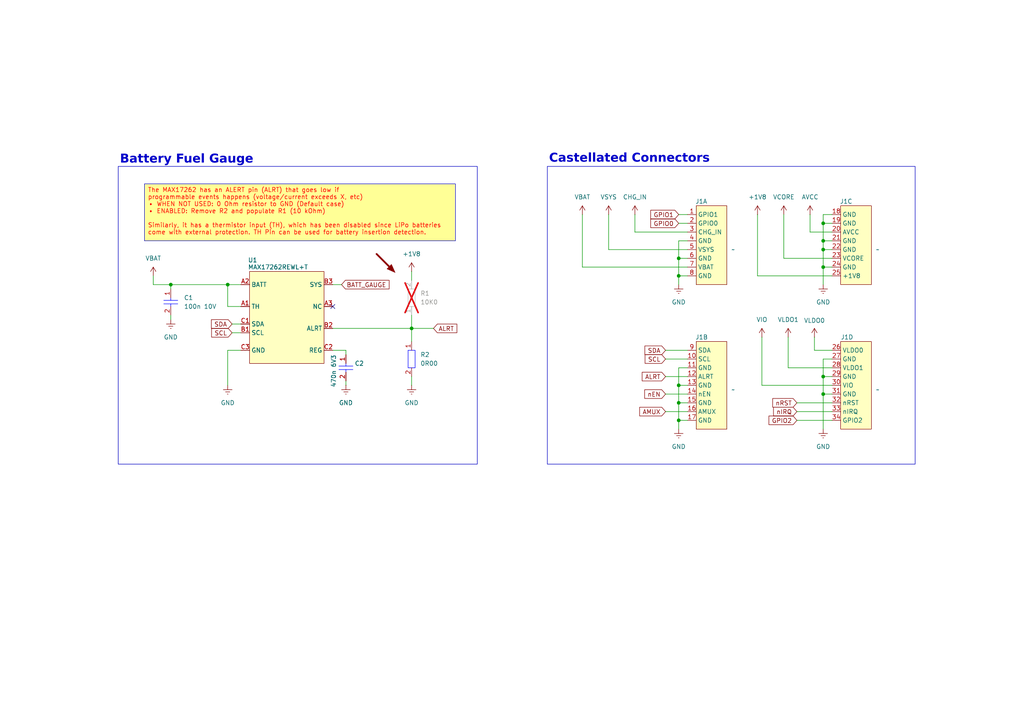
<source format=kicad_sch>
(kicad_sch (version 20231120) (generator "eeschema") (generator_version "8.0")
  (paper "A4")
  (title_block (title "[2] Battery Gauge & Connectors") (rev "1.0") (company "Embedded Systems Laboratory - EPFL") (comment 1 "Author: José Angel Miranda Calero") (comment 2 "Author: Juan Sapriza") (comment 3 "Author: Alejandro López Rodriguez"))
  (lib_symbols
    (symbol "Graphic:SYM_Arrow45_Large" (in_bom no) (on_board no)
      (symbol "SYM_Arrow45_Large_0_1"
        (polyline (pts (xy -2.54 2.54) (xy 2.286 -2.286)) (stroke (width 0.508)))
        (polyline (pts (xy 2.794 -2.794) (xy 0.508 -1.778) (xy 1.778 -0.508) (xy 2.794 -2.794)) (fill (type outline)))
      )
    )
    (symbol "X-MODs_SchLib:CRCW040210K0FKEDHP"
      (property "Reference" "R" (at -4.064 5.588 0))
      (property "Value" "10K0" (at -4.064 3.302 0))
      (symbol "CRCW040210K0FKEDHP_0_1"
        (rectangle (start -2.54 1.016) (end 2.54 -1.016) (stroke (width 0) (color 0 0 255 1)))
      )
      (symbol "CRCW040210K0FKEDHP_1_1"
        (pin passive line (at -5.08 0 0) (length 2.54) (name "") (number "1"))
        (pin passive line (at 5.08 0 180) (length 2.54) (name "") (number "2"))
      )
    )
    (symbol "X-MODs_SchLib:GRM155R60J474KE19D"
      (property "Reference" "C" (at -4.064 5.588 0))
      (property "Value" "470n 6V3" (at -4.064 3.302 0))
      (symbol "GRM155R60J474KE19D_1_1"
        (polyline (pts (xy -1.27 0) (xy -0.508 0)) (stroke (width 0) (color 0 0 255 1)))
        (polyline (pts (xy -0.508 2.032) (xy -0.508 -2.032)) (stroke (width 0) (color 0 0 255 1)))
        (polyline (pts (xy 0.508 2.032) (xy 0.508 -2.032)) (stroke (width 0) (color 0 0 255 1)))
        (polyline (pts (xy 1.27 0) (xy 0.508 0)) (stroke (width 0) (color 0 0 255 1)))
        (pin passive line (at -3.81 0 0) (length 2.54) (name "") (number "1"))
        (pin passive line (at 3.81 0 180) (length 2.54) (name "") (number "2"))
      )
    )
    (symbol "X-MODs_SchLib:GRM155R71A104JA01D"
      (property "Reference" "C" (at -4.826 5.588 0))
      (property "Value" "100n 10V" (at -4.826 3.302 0))
      (symbol "GRM155R71A104JA01D_1_1"
        (polyline (pts (xy -1.27 0) (xy -0.508 0)) (stroke (width 0) (color 0 0 255 1)))
        (polyline (pts (xy -0.508 2.032) (xy -0.508 -2.032)) (stroke (width 0) (color 0 0 255 1)))
        (polyline (pts (xy 0.508 2.032) (xy 0.508 -2.032)) (stroke (width 0) (color 0 0 255 1)))
        (polyline (pts (xy 1.27 0) (xy 0.508 0)) (stroke (width 0) (color 0 0 255 1)))
        (pin passive line (at -3.81 0 0) (length 2.54) (name "") (number "1"))
        (pin passive line (at 3.81 0 180) (length 2.54) (name "") (number "2"))
      )
    )
    (symbol "X-MODs_SchLib:MAX17262REWL+T"
      (property "Reference" "U" (at -0.254 2.794 0))
      (property "Value" " MAX17262REWL+T " (at -1.27 1.016 0))
      (symbol "MAX17262REWL+T_0_1"
        (rectangle (start 0 0) (end 21.59 -26.67) (stroke (width 0) (color 128 0 0 1)) (fill (type background)))
      )
      (symbol "MAX17262REWL+T_1_1"
        (pin passive line (at -2.54 -10.16 0) (length 2.54) (name "TH") (number "A1"))
        (pin passive line (at -2.54 -3.81 0) (length 2.54) (name "BATT") (number "A2"))
        (pin passive line (at 24.13 -10.16 180) (length 2.54) (name "NC") (number "A3"))
        (pin passive line (at -2.54 -17.78 0) (length 2.54) (name "SCL") (number "B1"))
        (pin passive line (at 24.13 -16.51 180) (length 2.54) (name "ALRT") (number "B2"))
        (pin passive line (at 24.13 -3.81 180) (length 2.54) (name "SYS") (number "B3"))
        (pin passive line (at -2.54 -15.24 0) (length 2.54) (name "SDA") (number "C1"))
        (pin passive line (at 24.13 -22.86 180) (length 2.54) (name "REG") (number "C2"))
        (pin passive line (at -2.54 -22.86 0) (length 2.54) (name "GND") (number "C3"))
      )
    )
    (symbol "X-MODs_SchLib:Power_Board_Castellated_Conn_1.27mm" (in_bom no)
      (property "Reference" "J" (at 0.508 1.778 0))
      (symbol "Power_Board_Castellated_Conn_1.27mm_1_1"
        (rectangle (start 0 0) (end 8.89 -22.86) (stroke (width 0) (color 128 0 0 1)) (fill (type background)))
        (pin passive line (at -2.54 -2.54 0) (length 2.54) (name "GPIO1") (number "1"))
        (pin passive line (at -2.54 -5.08 0) (length 2.54) (name "GPIO0") (number "2"))
        (pin passive line (at -2.54 -7.62 0) (length 2.54) (name "CHG_IN") (number "3"))
        (pin passive line (at -2.54 -10.16 0) (length 2.54) (name "GND") (number "4"))
        (pin passive line (at -2.54 -12.7 0) (length 2.54) (name "VSYS") (number "5"))
        (pin passive line (at -2.54 -15.24 0) (length 2.54) (name "GND") (number "6"))
        (pin passive line (at -2.54 -17.78 0) (length 2.54) (name "VBAT") (number "7"))
        (pin passive line (at -2.54 -20.32 0) (length 2.54) (name "GND") (number "8"))
      )
      (symbol "Power_Board_Castellated_Conn_1.27mm_2_1"
        (rectangle (start 0 0) (end 8.89 -25.4) (stroke (width 0) (color 128 0 0 1)) (fill (type background)))
        (pin passive line (at -2.54 -5.08 0) (length 2.54) (name "SCL") (number "10"))
        (pin passive line (at -2.54 -7.62 0) (length 2.54) (name "GND") (number "11"))
        (pin passive line (at -2.54 -10.16 0) (length 2.54) (name "ALRT") (number "12"))
        (pin passive line (at -2.54 -12.7 0) (length 2.54) (name "GND") (number "13"))
        (pin passive line (at -2.54 -15.24 0) (length 2.54) (name "nEN") (number "14"))
        (pin passive line (at -2.54 -17.78 0) (length 2.54) (name "GND") (number "15"))
        (pin passive line (at -2.54 -20.32 0) (length 2.54) (name "AMUX") (number "16"))
        (pin passive line (at -2.54 -22.86 0) (length 2.54) (name "GND") (number "17"))
        (pin passive line (at -2.54 -2.54 0) (length 2.54) (name "SDA") (number "9"))
      )
      (symbol "Power_Board_Castellated_Conn_1.27mm_3_1"
        (rectangle (start 0 0) (end 8.89 -22.86) (stroke (width 0) (color 128 0 0 1)) (fill (type background)))
        (pin passive line (at -2.54 -2.54 0) (length 2.54) (name "GND") (number "18"))
        (pin passive line (at -2.54 -5.08 0) (length 2.54) (name "GND") (number "19"))
        (pin passive line (at -2.54 -7.62 0) (length 2.54) (name "AVCC") (number "20"))
        (pin passive line (at -2.54 -10.16 0) (length 2.54) (name "GND") (number "21"))
        (pin passive line (at -2.54 -12.7 0) (length 2.54) (name "GND") (number "22"))
        (pin passive line (at -2.54 -15.24 0) (length 2.54) (name "VCORE") (number "23"))
        (pin passive line (at -2.54 -17.78 0) (length 2.54) (name "GND") (number "24"))
        (pin passive line (at -2.54 -20.32 0) (length 2.54) (name "+1V8") (number "25"))
      )
      (symbol "Power_Board_Castellated_Conn_1.27mm_4_1"
        (rectangle (start 0 0) (end 8.89 -25.4) (stroke (width 0) (color 128 0 0 1)) (fill (type background)))
        (pin passive line (at -2.54 -2.54 0) (length 2.54) (name "VLDO0") (number "26"))
        (pin passive line (at -2.54 -5.08 0) (length 2.54) (name "GND") (number "27"))
        (pin passive line (at -2.54 -7.62 0) (length 2.54) (name "VLDO1") (number "28"))
        (pin passive line (at -2.54 -10.16 0) (length 2.54) (name "GND") (number "29"))
        (pin passive line (at -2.54 -12.7 0) (length 2.54) (name "VIO") (number "30"))
        (pin passive line (at -2.54 -15.24 0) (length 2.54) (name "GND") (number "31"))
        (pin passive line (at -2.54 -17.78 0) (length 2.54) (name "nRST") (number "32"))
        (pin passive line (at -2.54 -20.32 0) (length 2.54) (name "nIRQ") (number "33"))
        (pin passive line (at -2.54 -22.86 0) (length 2.54) (name "GPIO2") (number "34"))
      )
    )
    (symbol "X-MODs_SchLib:RK73Z1ETTP"
      (property "Reference" "R" (at -4.064 5.588 0))
      (property "Value" "0R00" (at -4.064 3.302 0))
      (symbol "RK73Z1ETTP_0_1"
        (rectangle (start -2.54 1.016) (end 2.54 -1.016) (stroke (width 0) (color 0 0 255 1)))
      )
      (symbol "RK73Z1ETTP_1_1"
        (pin passive line (at -5.08 0 0) (length 2.54) (name "") (number "1"))
        (pin passive line (at 5.08 0 180) (length 2.54) (name "") (number "2"))
      )
    )
    (symbol "power:+1V8" (power) (pin_numbers hide) (pin_names (offset 0) hide)
      (property "Value" "+1V8" (at 0 3.556 0))
      (symbol "+1V8_0_1"
        (polyline (pts (xy -0.762 1.27) (xy 0 2.54)))
        (polyline (pts (xy 0 0) (xy 0 2.54)))
        (polyline (pts (xy 0 2.54) (xy 0.762 1.27)))
      )
      (symbol "+1V8_1_1"
        (pin power_in line (at 0 0 90) (length 0) (name "~") (number "1"))
      )
    )
    (symbol "power:Earth" (power) (pin_numbers hide) (pin_names (offset 0) hide)
      (property "Value" "Earth" (at 0 -3.81 0))
      (symbol "Earth_0_1"
        (polyline (pts (xy -0.635 -1.905) (xy 0.635 -1.905)))
        (polyline (pts (xy -0.127 -2.54) (xy 0.127 -2.54)))
        (polyline (pts (xy 0 -1.27) (xy 0 0)))
        (polyline (pts (xy 1.27 -1.27) (xy -1.27 -1.27)))
      )
      (symbol "Earth_1_1"
        (pin power_in line (at 0 0 270) (length 0) (name "~") (number "1"))
      )
    )
  )
  (junction (at 196.85 74.93))
  (junction (at 238.76 77.47))
  (junction (at 196.85 121.92))
  (junction (at 196.85 80.01))
  (junction (at 49.53 82.55))
  (junction (at 238.76 114.3))
  (junction (at 196.85 116.84))
  (junction (at 66.04 82.55))
  (junction (at 238.76 72.39))
  (junction (at 238.76 69.85))
  (junction (at 238.76 109.22))
  (junction (at 119.38 95.25))
  (junction (at 238.76 64.77))
  (junction (at 196.85 111.76))
  (no_connect (at 96.52 88.9))
  (wire (pts (xy 100.33 110.49) (xy 100.33 111.76)))
  (wire (pts (xy 67.31 96.52) (xy 69.85 96.52)))
  (wire (pts (xy 241.3 67.31) (xy 234.95 67.31)))
  (wire (pts (xy 231.14 119.38) (xy 241.3 119.38)))
  (wire (pts (xy 238.76 69.85) (xy 241.3 69.85)))
  (wire (pts (xy 234.95 62.23) (xy 234.95 67.31)))
  (wire (pts (xy 184.15 62.23) (xy 184.15 67.31)))
  (wire (pts (xy 69.85 88.9) (xy 66.04 88.9)))
  (wire (pts (xy 193.04 114.3) (xy 199.39 114.3)))
  (wire (pts (xy 49.53 82.55) (xy 66.04 82.55)))
  (wire (pts (xy 49.53 91.44) (xy 49.53 92.71)))
  (wire (pts (xy 196.85 106.68) (xy 199.39 106.68)))
  (wire (pts (xy 241.3 109.22) (xy 238.76 109.22)))
  (wire (pts (xy 238.76 72.39) (xy 241.3 72.39)))
  (wire (pts (xy 67.31 93.98) (xy 69.85 93.98)))
  (wire (pts (xy 66.04 82.55) (xy 69.85 82.55)))
  (wire (pts (xy 238.76 69.85) (xy 238.76 64.77)))
  (wire (pts (xy 176.53 72.39) (xy 176.53 62.23)))
  (wire (pts (xy 196.85 121.92) (xy 196.85 124.46)))
  (wire (pts (xy 49.53 82.55) (xy 49.53 83.82)))
  (wire (pts (xy 196.85 111.76) (xy 196.85 106.68)))
  (wire (pts (xy 96.52 101.6) (xy 100.33 101.6)))
  (wire (pts (xy 219.71 80.01) (xy 219.71 62.23)))
  (wire (pts (xy 193.04 101.6) (xy 199.39 101.6)))
  (wire (pts (xy 231.14 116.84) (xy 241.3 116.84)))
  (wire (pts (xy 236.22 101.6) (xy 236.22 97.79)))
  (wire (pts (xy 238.76 77.47) (xy 238.76 72.39)))
  (wire (pts (xy 66.04 82.55) (xy 66.04 88.9)))
  (wire (pts (xy 241.3 101.6) (xy 236.22 101.6)))
  (wire (pts (xy 241.3 74.93) (xy 227.33 74.93)))
  (wire (pts (xy 241.3 111.76) (xy 220.98 111.76)))
  (wire (pts (xy 119.38 95.25) (xy 125.73 95.25)))
  (wire (pts (xy 228.6 97.79) (xy 228.6 106.68)))
  (wire (pts (xy 199.39 80.01) (xy 196.85 80.01)))
  (wire (pts (xy 119.38 91.44) (xy 119.38 95.25)))
  (wire (pts (xy 231.14 121.92) (xy 241.3 121.92)))
  (wire (pts (xy 193.04 119.38) (xy 199.39 119.38)))
  (wire (pts (xy 196.85 116.84) (xy 196.85 111.76)))
  (wire (pts (xy 44.45 80.01) (xy 44.45 82.55)))
  (wire (pts (xy 199.39 74.93) (xy 196.85 74.93)))
  (wire (pts (xy 238.76 77.47) (xy 238.76 82.55)))
  (wire (pts (xy 199.39 67.31) (xy 184.15 67.31)))
  (wire (pts (xy 199.39 72.39) (xy 176.53 72.39)))
  (wire (pts (xy 238.76 72.39) (xy 238.76 69.85)))
  (wire (pts (xy 69.85 101.6) (xy 66.04 101.6)))
  (wire (pts (xy 193.04 109.22) (xy 199.39 109.22)))
  (wire (pts (xy 199.39 111.76) (xy 196.85 111.76)))
  (wire (pts (xy 196.85 80.01) (xy 196.85 74.93)))
  (wire (pts (xy 193.04 104.14) (xy 199.39 104.14)))
  (wire (pts (xy 238.76 64.77) (xy 238.76 62.23)))
  (wire (pts (xy 44.45 82.55) (xy 49.53 82.55)))
  (wire (pts (xy 199.39 121.92) (xy 196.85 121.92)))
  (wire (pts (xy 196.85 62.23) (xy 199.39 62.23)))
  (wire (pts (xy 96.52 82.55) (xy 99.06 82.55)))
  (wire (pts (xy 227.33 74.93) (xy 227.33 62.23)))
  (wire (pts (xy 196.85 74.93) (xy 196.85 69.85)))
  (wire (pts (xy 196.85 121.92) (xy 196.85 116.84)))
  (wire (pts (xy 238.76 104.14) (xy 238.76 109.22)))
  (wire (pts (xy 196.85 80.01) (xy 196.85 82.55)))
  (wire (pts (xy 238.76 114.3) (xy 238.76 124.46)))
  (wire (pts (xy 238.76 64.77) (xy 241.3 64.77)))
  (wire (pts (xy 66.04 101.6) (xy 66.04 111.76)))
  (wire (pts (xy 241.3 77.47) (xy 238.76 77.47)))
  (wire (pts (xy 100.33 101.6) (xy 100.33 102.87)))
  (wire (pts (xy 220.98 111.76) (xy 220.98 97.79)))
  (wire (pts (xy 196.85 64.77) (xy 199.39 64.77)))
  (wire (pts (xy 199.39 69.85) (xy 196.85 69.85)))
  (wire (pts (xy 168.91 77.47) (xy 168.91 62.23)))
  (wire (pts (xy 119.38 95.25) (xy 119.38 99.06)))
  (wire (pts (xy 119.38 109.22) (xy 119.38 111.76)))
  (wire (pts (xy 241.3 104.14) (xy 238.76 104.14)))
  (wire (pts (xy 96.52 95.25) (xy 119.38 95.25)))
  (wire (pts (xy 238.76 62.23) (xy 241.3 62.23)))
  (wire (pts (xy 241.3 80.01) (xy 219.71 80.01)))
  (wire (pts (xy 241.3 106.68) (xy 228.6 106.68)))
  (wire (pts (xy 199.39 116.84) (xy 196.85 116.84)))
  (wire (pts (xy 119.38 78.74) (xy 119.38 81.28)))
  (wire (pts (xy 168.91 77.47) (xy 199.39 77.47)))
  (wire (pts (xy 238.76 109.22) (xy 238.76 114.3)))
  (wire (pts (xy 238.76 114.3) (xy 241.3 114.3)))
  (rectangle (start 34.29 48.26) (end 138.43 134.62))
  (rectangle (start 158.75 48.26) (end 265.43 134.62))
  (text_box "The MAX17262 has an ALERT pin (ALRT) that goes low if \nprogrammable events happens (voltage/current exceeds X, etc)\n• WHEN NOT USED: 0 Ohm resistor to GND (Default case)\n• ENABLED: Remove R2 and populate R1 (10 kOhm)\n\nSimilarly, it has a thermistor input (TH), which has been disabled since LiPo batteries\ncome with external protection. TH Pin can be used for battery insertion detection.\n" (at 41.91 53.34 0) (size 90.17 16.51) (fill (type color) (color 255 255 150 1)) (effects (font (size 1.27 1.27)) (justify left top)))
  (text "Battery Fuel Gauge" (at 34.798 46.99 0) (effects (font (size 2.54 2.54) (thickness 0.254) (bold yes) (italic yes)) (justify left)))
  (text "Castellated Connectors" (at 159.258 46.736 0) (effects (font (size 2.54 2.54) (thickness 0.254) (bold yes) (italic yes)) (justify left)))
  (global_label "SDA" (shape input) (at 67.31 93.98 180) (property "Intersheetrefs" "${INTERSHEET_REFS}" (effects (hide yes))))
  (global_label "AMUX" (shape input) (at 193.04 119.38 180) (property "Intersheetrefs" "${INTERSHEET_REFS}" (effects (hide yes))))
  (global_label "SCL" (shape input) (at 67.31 96.52 180) (property "Intersheetrefs" "${INTERSHEET_REFS}" (effects (hide yes))))
  (global_label "GPIO2" (shape input) (at 231.14 121.92 180) (property "Intersheetrefs" "${INTERSHEET_REFS}" (effects (hide yes))))
  (global_label "GPIO1" (shape input) (at 196.85 62.23 180) (property "Intersheetrefs" "${INTERSHEET_REFS}" (effects (hide yes))))
  (global_label "SDA" (shape input) (at 193.04 101.6 180) (property "Intersheetrefs" "${INTERSHEET_REFS}" (effects (hide yes))))
  (global_label "GPIO0" (shape input) (at 196.85 64.77 180) (property "Intersheetrefs" "${INTERSHEET_REFS}" (effects (hide yes))))
  (global_label "nIRQ" (shape input) (at 231.14 119.38 180) (property "Intersheetrefs" "${INTERSHEET_REFS}" (effects (hide yes))))
  (global_label "ALRT" (shape input) (at 125.73 95.25 0) (property "Intersheetrefs" "${INTERSHEET_REFS}" (effects (hide yes))))
  (global_label "BATT_GAUGE" (shape input) (at 99.06 82.55 0) (property "Intersheetrefs" "${INTERSHEET_REFS}" (effects (hide yes))))
  (global_label "nEN" (shape input) (at 193.04 114.3 180) (property "Intersheetrefs" "${INTERSHEET_REFS}" (effects (hide yes))))
  (global_label "SCL" (shape input) (at 193.04 104.14 180) (property "Intersheetrefs" "${INTERSHEET_REFS}" (effects (hide yes))))
  (global_label "ALRT" (shape input) (at 193.04 109.22 180) (property "Intersheetrefs" "${INTERSHEET_REFS}" (effects (hide yes))))
  (global_label "nRST" (shape input) (at 231.14 116.84 180) (property "Intersheetrefs" "${INTERSHEET_REFS}" (effects (hide yes))))
  (symbol (lib_id "power:+1V8") (at 227.33 62.23 0) (unit 1)
    (property "Reference" "#PWR05" (effects (hide yes)))
    (property "Value" "VCORE" (at 227.33 57.15 0))
    (property "Description" "Power symbol creates a global label with name \"+1V8\"" (effects (hide yes)))
  )
  (symbol (lib_id "power:Earth") (at 66.04 111.76 0) (unit 1)
    (property "Reference" "#PWR015" (effects (hide yes)))
    (property "Value" "GND" (at 66.04 116.84 0))
    (property "Description" "Power symbol creates a global label with name \"Earth\"" (effects (hide yes)))
  )
  (symbol (lib_id "power:Earth") (at 49.53 92.71 0) (unit 1)
    (property "Reference" "#PWR011" (effects (hide yes)))
    (property "Value" "GND" (at 49.53 97.79 0))
    (property "Description" "Power symbol creates a global label with name \"Earth\"" (effects (hide yes)))
  )
  (symbol (lib_id "power:Earth") (at 196.85 82.55 0) (unit 1)
    (property "Reference" "#PWR018" (effects (hide yes)))
    (property "Value" "GND" (at 196.85 87.63 0))
    (property "Description" "Power symbol creates a global label with name \"Earth\"" (effects (hide yes)))
  )
  (symbol (lib_id "X-MODs_SchLib:RK73Z1ETTP") (at 119.38 104.14 270) (unit 1)
    (property "Reference" "R2" (at 121.92 102.8699 90) (effects (justify left)))
    (property "Value" "0R00" (at 121.92 105.4099 90) (effects (justify left)))
    (property "Footprint" "X-MODs_PcbLib:R0402" (effects (hide yes)))
    (property "Datasheet" "https://www.koaspeer.com/pdfs/RK73Z.pdf" (effects (hide yes)))
    (property "Description" "Thick Film Resistors ZEROohms JUMPER" (effects (hide yes)))
    (property "MPN" "RK73Z1ETTP" (effects (hide yes)))
  )
  (symbol (lib_id "power:Earth") (at 119.38 111.76 0) (unit 1)
    (property "Reference" "#PWR017" (effects (hide yes)))
    (property "Value" "GND" (at 119.38 116.84 0))
    (property "Description" "Power symbol creates a global label with name \"Earth\"" (effects (hide yes)))
  )
  (symbol (lib_id "power:+1V8") (at 228.6 97.79 0) (unit 1)
    (property "Reference" "#PWR02" (effects (hide yes)))
    (property "Value" "VLDO1" (at 228.6 92.71 0))
    (property "Description" "Power symbol creates a global label with name \"+1V8\"" (effects (hide yes)))
  )
  (symbol (lib_id "power:+1V8") (at 220.98 97.79 0) (unit 1)
    (property "Reference" "#PWR01" (effects (hide yes)))
    (property "Value" "VIO" (at 220.98 92.71 0))
    (property "Description" "Power symbol creates a global label with name \"+1V8\"" (effects (hide yes)))
  )
  (symbol (lib_id "X-MODs_SchLib:GRM155R71A104JA01D") (at 49.53 87.63 270) (unit 1)
    (property "Reference" "C1" (at 53.34 86.3599 90) (effects (justify left)))
    (property "Value" "100n 10V" (at 53.34 88.8999 90) (effects (justify left)))
    (property "Footprint" "X-MODs_PcbLib:C0402" (effects (hide yes)))
    (property "Datasheet" "https://www.mouser.es/datasheet/2/281/1/GRM155R71A104JA01_01A-1984196.pdf" (effects (hide yes)))
    (property "Description" "Multilayer Ceramic Capacitors MLCC - SMD/SMT 0.1 uF 10 VDC 5% 0402 X7R" (effects (hide yes)))
    (property "MPN" "GRM155R71A104JA01D" (effects (hide yes)))
  )
  (symbol (lib_id "power:Earth") (at 238.76 124.46 0) (unit 1)
    (property "Reference" "#PWR08" (effects (hide yes)))
    (property "Value" "GND" (at 238.76 129.54 0))
    (property "Description" "Power symbol creates a global label with name \"Earth\"" (effects (hide yes)))
  )
  (symbol (lib_id "X-MODs_SchLib:Power_Board_Castellated_Conn_1.27mm") (at 243.84 59.69 0) (unit 3) (in_bom no)
    (property "Reference" "J1" (at 243.586 58.42 0) (effects (justify left)))
    (property "Value" "~" (at 254 72.39 0) (effects (justify left)))
    (property "Footprint" "X-MODs_PcbLib:Power_Board_Castellated_Conn_1.27mm" (effects (hide yes)))
    (property "Description" "Power_Board_Castellated_Conn_1.27mm" (effects (hide yes)))
  )
  (symbol (lib_id "X-MODs_SchLib:Power_Board_Castellated_Conn_1.27mm") (at 201.93 59.69 0) (unit 1) (in_bom no)
    (property "Reference" "J1" (at 201.676 58.42 0) (effects (justify left)))
    (property "Value" "~" (at 212.09 72.39 0) (effects (justify left)))
    (property "Footprint" "X-MODs_PcbLib:Power_Board_Castellated_Conn_1.27mm" (effects (hide yes)))
    (property "Description" "Power_Board_Castellated_Conn_1.27mm" (effects (hide yes)))
  )
  (symbol (lib_id "X-MODs_SchLib:Power_Board_Castellated_Conn_1.27mm") (at 201.93 99.06 0) (unit 2) (in_bom no)
    (property "Reference" "J1" (at 201.676 97.79 0) (effects (justify left)))
    (property "Value" "~" (at 212.09 113.03 0) (effects (justify left)))
    (property "Footprint" "X-MODs_PcbLib:Power_Board_Castellated_Conn_1.27mm" (effects (hide yes)))
    (property "Description" "Power_Board_Castellated_Conn_1.27mm" (effects (hide yes)))
  )
  (symbol (lib_id "power:+1V8") (at 219.71 62.23 0) (unit 1)
    (property "Reference" "#PWR06" (effects (hide yes)))
    (property "Value" "+1V8" (at 219.71 57.15 0))
    (property "Description" "Power symbol creates a global label with name \"+1V8\"" (effects (hide yes)))
  )
  (symbol (lib_id "power:Earth") (at 196.85 124.46 0) (unit 1)
    (property "Reference" "#PWR019" (effects (hide yes)))
    (property "Value" "GND" (at 196.85 129.54 0))
    (property "Description" "Power symbol creates a global label with name \"Earth\"" (effects (hide yes)))
  )
  (symbol (lib_id "Graphic:SYM_Arrow45_Large") (at 111.76 76.2 0) (unit 1) (exclude_from_sim yes) (in_bom no) (on_board no)
    (property "Reference" "#SYM1" (effects (hide yes)))
    (property "Value" "SYM_Arrow45_Large" (effects (hide yes)))
    (property "Description" "Filled 45° arrow, 300mil" (effects (hide yes)))
  )
  (symbol (lib_id "power:+1V8") (at 234.95 62.23 0) (unit 1)
    (property "Reference" "#PWR04" (effects (hide yes)))
    (property "Value" "AVCC" (at 234.95 57.15 0))
    (property "Description" "Power symbol creates a global label with name \"+1V8\"" (effects (hide yes)))
  )
  (symbol (lib_id "power:+1V8") (at 236.22 97.79 0) (unit 1)
    (property "Reference" "#PWR03" (effects (hide yes)))
    (property "Value" "VLDO0" (at 236.22 92.964 0))
    (property "Description" "Power symbol creates a global label with name \"+1V8\"" (effects (hide yes)))
  )
  (symbol (lib_id "power:+1V8") (at 44.45 80.01 0) (unit 1)
    (property "Reference" "#PWR010" (effects (hide yes)))
    (property "Value" "VBAT" (at 44.45 74.93 0))
    (property "Description" "Power symbol creates a global label with name \"+1V8\"" (effects (hide yes)))
  )
  (symbol (lib_id "power:Earth") (at 100.33 111.76 0) (unit 1)
    (property "Reference" "#PWR016" (effects (hide yes)))
    (property "Value" "GND" (at 100.33 116.84 0))
    (property "Description" "Power symbol creates a global label with name \"Earth\"" (effects (hide yes)))
  )
  (symbol (lib_id "power:+1V8") (at 168.91 62.23 0) (unit 1)
    (property "Reference" "#PWR014" (effects (hide yes)))
    (property "Value" "VBAT" (at 168.91 57.15 0))
    (property "Description" "Power symbol creates a global label with name \"+1V8\"" (effects (hide yes)))
  )
  (symbol (lib_id "power:+1V8") (at 184.15 62.23 0) (unit 1)
    (property "Reference" "#PWR012" (effects (hide yes)))
    (property "Value" "CHG_IN" (at 184.15 57.15 0))
    (property "Description" "Power symbol creates a global label with name \"+1V8\"" (effects (hide yes)))
  )
  (symbol (lib_id "X-MODs_SchLib:GRM155R60J474KE19D") (at 100.33 106.68 270) (unit 1)
    (property "Reference" "C2" (at 102.87 105.41 90) (effects (justify left)))
    (property "Value" "470n 6V3" (at 96.774 102.87 0) (effects (justify left)))
    (property "Footprint" "X-MODs_PcbLib:C0402" (effects (hide yes)))
    (property "Datasheet" "https://www.mouser.es/datasheet/2/281/1/GRM155R60J474KE19_01A-1983776.pdf" (effects (hide yes)))
    (property "Description" "Multilayer Ceramic Capacitors MLCC - SMD/SMT 0.47 uF 6.3 VDC 10% 0402 X5R" (effects (hide yes)))
    (property "MPN" "GRM155R60J474KE19D" (effects (hide yes)))
  )
  (symbol (lib_id "X-MODs_SchLib:MAX17262REWL+T") (at 72.39 78.74 0) (unit 1)
    (property "Reference" "U1" (at 73.279 75.438 0))
    (property "Value" "MAX17262REWL+T" (at 80.645 77.47 0))
    (property "Footprint" "X-MODs_PcbLib:WLCSP-9_1.468x1.448mm_P0.4mm" (effects (hide yes)))
    (property "Datasheet" "https://www.mouser.es/datasheet/2/609/MAX17262-3469007.pdf" (effects (hide yes)))
    (property "Description" "Battery Management 5.2 A 1-Cell Fuel Gauge with ModelGauge m5 EZ and Internal Current Sensing" (effects (hide yes)))
    (property "MPN" "MAX17262REWL+T" (effects (hide yes)))
  )
  (symbol (lib_id "X-MODs_SchLib:CRCW040210K0FKEDHP") (at 119.38 86.36 90) (unit 1) (dnp yes)
    (property "Reference" "R1" (at 121.92 85.0899 90) (effects (justify right)))
    (property "Value" "10K0" (at 121.92 87.6299 90) (effects (justify right)))
    (property "Footprint" "X-MODs_PcbLib:R0402" (effects (hide yes)))
    (property "Datasheet" "https://www.vishay.com/doc?20043" (effects (hide yes)))
    (property "Description" "Thick Film Resistors - SMD 0.2W 10Kohms 1% High Power AEC-Q200" (effects (hide yes)))
    (property "MPN" "CRCW040210K0FKEDHP" (effects (hide yes)))
  )
  (symbol (lib_id "power:Earth") (at 238.76 82.55 0) (unit 1)
    (property "Reference" "#PWR07" (effects (hide yes)))
    (property "Value" "GND" (at 238.76 87.63 0))
    (property "Description" "Power symbol creates a global label with name \"Earth\"" (effects (hide yes)))
  )
  (symbol (lib_id "X-MODs_SchLib:Power_Board_Castellated_Conn_1.27mm") (at 243.84 99.06 0) (unit 4) (in_bom no)
    (property "Reference" "J1" (at 243.84 97.79 0) (effects (justify left)))
    (property "Value" "~" (at 254 113.03 0) (effects (justify left)))
    (property "Footprint" "X-MODs_PcbLib:Power_Board_Castellated_Conn_1.27mm" (effects (hide yes)))
    (property "Description" "Power_Board_Castellated_Conn_1.27mm" (effects (hide yes)))
  )
  (symbol (lib_id "power:+1V8") (at 119.38 78.74 0) (unit 1)
    (property "Reference" "#PWR09" (effects (hide yes)))
    (property "Value" "+1V8" (at 119.38 73.66 0))
    (property "Description" "Power symbol creates a global label with name \"+1V8\"" (effects (hide yes)))
  )
  (symbol (lib_id "power:+1V8") (at 176.53 62.23 0) (unit 1)
    (property "Reference" "#PWR013" (effects (hide yes)))
    (property "Value" "VSYS" (at 176.53 57.15 0))
    (property "Description" "Power symbol creates a global label with name \"+1V8\"" (effects (hide yes)))
  )
)
</source>
